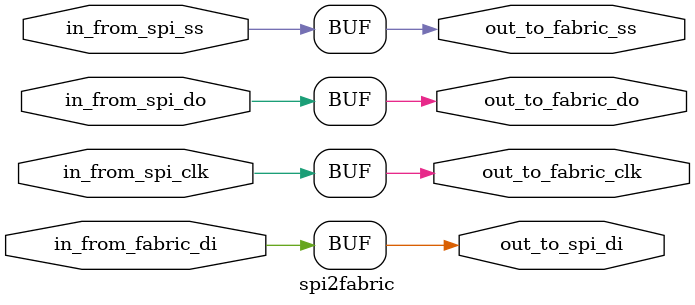
<source format=v>

module spi2fabric(in_from_fabric_di, out_to_spi_di, in_from_spi_do, out_to_fabric_do, in_from_spi_clk, out_to_fabric_clk, in_from_spi_ss, out_to_fabric_ss);

input in_from_fabric_di, in_from_spi_do, in_from_spi_clk, in_from_spi_ss;
output out_to_spi_di, out_to_fabric_do, out_to_fabric_clk, out_to_fabric_ss;

assign out_to_spi_di = in_from_fabric_di;
assign out_to_fabric_do = in_from_spi_do;
assign out_to_fabric_clk = in_from_spi_clk;
assign out_to_fabric_ss = in_from_spi_ss;

endmodule


</source>
